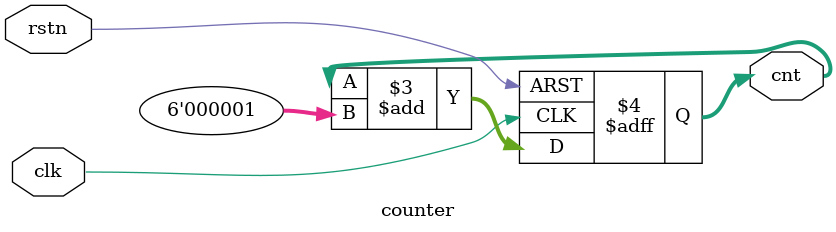
<source format=v>
module counter (
    input  wire clk,   // 时钟信号
    input  wire rstn,  // 复位信号（低电平有效）
    output reg  [5:0] cnt  // 6位计数器
);

// 计数逻辑
always @(posedge clk or negedge rstn) begin
    if (!rstn)
        cnt <= 6'h0;  // 如果复位信号为低，则计数器清零
    else
        cnt <= cnt + 6'h1;  // 否则计数器在每个时钟上升沿加1
end

endmodule
</source>
